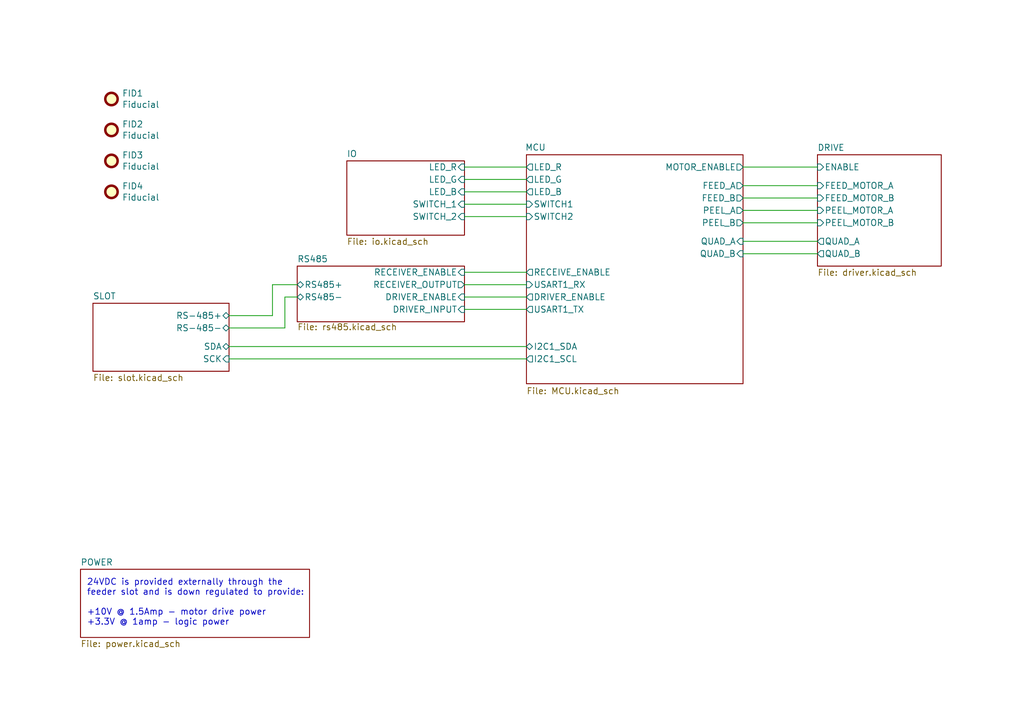
<source format=kicad_sch>
(kicad_sch (version 20250114) (generator "eeschema") (generator_version "9.0")
  (paper "A5")
  (lib_symbols
    (symbol "Mechanical:Fiducial" (in_bom no)
      (property "Reference" "FID" (at 0 5.08 0))
      (property "Value" "Fiducial" (at 0 3.175 0))
      (symbol "Fiducial_0_1"
        (circle (center 0 0) (radius 1.27) (stroke (width 0.508)) (fill (type background)))
      )
    )
  )
  (text "24VDC is provided externally through the\nfeeder slot and is down regulated to provide:\n\n+10V @ 1.5Amp - motor drive power\n+3.3V @ 1amp - logic power" (at 17.78 123.698 0) (effects (font (size 1.27 1.27)) (justify left)))
  (wire (pts (xy 95.25 34.29) (xy 107.95 34.29)))
  (wire (pts (xy 95.25 44.45) (xy 107.95 44.45)))
  (wire (pts (xy 58.42 60.96) (xy 60.96 60.96)))
  (wire (pts (xy 95.25 58.42) (xy 107.95 58.42)))
  (wire (pts (xy 46.99 64.77) (xy 55.88 64.77)))
  (wire (pts (xy 55.88 64.77) (xy 55.88 58.42)))
  (wire (pts (xy 152.4 43.18) (xy 167.64 43.18)))
  (wire (pts (xy 58.42 67.31) (xy 58.42 60.96)))
  (wire (pts (xy 152.4 52.07) (xy 167.64 52.07)))
  (wire (pts (xy 152.4 34.29) (xy 167.64 34.29)))
  (wire (pts (xy 95.25 39.37) (xy 107.95 39.37)))
  (wire (pts (xy 95.25 55.88) (xy 107.95 55.88)))
  (wire (pts (xy 46.99 71.12) (xy 107.95 71.12)))
  (wire (pts (xy 152.4 49.53) (xy 167.64 49.53)))
  (wire (pts (xy 152.4 38.1) (xy 167.64 38.1)))
  (wire (pts (xy 55.88 58.42) (xy 60.96 58.42)))
  (wire (pts (xy 95.25 41.91) (xy 107.95 41.91)))
  (wire (pts (xy 95.25 63.5) (xy 107.95 63.5)))
  (wire (pts (xy 95.25 36.83) (xy 107.95 36.83)))
  (wire (pts (xy 46.99 67.31) (xy 58.42 67.31)))
  (wire (pts (xy 152.4 45.72) (xy 167.64 45.72)))
  (wire (pts (xy 95.25 60.96) (xy 107.95 60.96)))
  (wire (pts (xy 152.4 40.64) (xy 167.64 40.64)))
  (wire (pts (xy 46.99 73.66) (xy 107.95 73.66)))
  (symbol (lib_id "Mechanical:Fiducial") (at 22.86 20.32 0) (unit 1) (in_bom no)
    (property "Reference" "FID1" (at 25.019 19.1516 0) (effects (justify left)))
    (property "Value" "Fiducial" (at 25.019 21.463 0) (effects (justify left)))
    (property "Footprint" "Fiducial:Fiducial_1mm_Mask2mm" (effects (hide yes)))
    (property "Description" "Fiducial Marker" (effects (hide yes)))
  )
  (symbol (lib_id "Mechanical:Fiducial") (at 22.86 26.67 0) (unit 1) (in_bom no)
    (property "Reference" "FID2" (at 25.019 25.5016 0) (effects (justify left)))
    (property "Value" "Fiducial" (at 25.019 27.813 0) (effects (justify left)))
    (property "Footprint" "Fiducial:Fiducial_1mm_Mask2mm" (effects (hide yes)))
    (property "Description" "Fiducial Marker" (effects (hide yes)))
  )
  (symbol (lib_id "Mechanical:Fiducial") (at 22.86 33.02 0) (unit 1) (in_bom no)
    (property "Reference" "FID3" (at 25.019 31.8516 0) (effects (justify left)))
    (property "Value" "Fiducial" (at 25.019 34.163 0) (effects (justify left)))
    (property "Footprint" "Fiducial:Fiducial_1mm_Mask2mm" (effects (hide yes)))
    (property "Description" "Fiducial Marker" (effects (hide yes)))
  )
  (symbol (lib_id "Mechanical:Fiducial") (at 22.86 39.37 0) (unit 1) (in_bom no)
    (property "Reference" "FID4" (at 25.019 38.2016 0) (effects (justify left)))
    (property "Value" "Fiducial" (at 25.019 40.513 0) (effects (justify left)))
    (property "Footprint" "Fiducial:Fiducial_1mm_Mask2mm" (effects (hide yes)))
    (property "Description" "Fiducial Marker" (effects (hide yes)))
  )
  (sheet (at 19.05 62.23) (size 27.94 13.97) (stroke (width 0.1524))
    (property "Sheetname" "SLOT" (at 19.05 61.5184 0) (effects (justify left bottom)))
    (property "Sheetfile" "slot.kicad_sch" (at 19.05 76.7846 0) (effects (justify left top)))
    (pin "RS-485+" bidirectional (at 46.99 64.77 0))
    (pin "RS-485-" bidirectional (at 46.99 67.31 0))
    (pin "SCK" input (at 46.99 73.66 0))
    (pin "SDA" bidirectional (at 46.99 71.12 0))
  )
  (sheet (at 107.95 31.75) (size 44.45 46.99) (stroke (width 0.1524))
    (property "Sheetname" "MCU" (at 107.696 30.988 0) (effects (justify left bottom)))
    (property "Sheetfile" "MCU.kicad_sch" (at 107.95 79.502 0) (effects (justify left top)))
    (pin "DRIVER_ENABLE" output (at 107.95 60.96 180))
    (pin "RECEIVE_ENABLE" output (at 107.95 55.88 180))
    (pin "USART1_RX" input (at 107.95 58.42 180))
    (pin "USART1_TX" output (at 107.95 63.5 180))
    (pin "I2C1_SCL" output (at 107.95 73.66 180))
    (pin "I2C1_SDA" bidirectional (at 107.95 71.12 180))
    (pin "LED_B" output (at 107.95 39.37 180))
    (pin "LED_G" output (at 107.95 36.83 180))
    (pin "LED_R" output (at 107.95 34.29 180))
    (pin "MOTOR_ENABLE" output (at 152.4 34.29 0))
    (pin "SWITCH1" input (at 107.95 41.91 180))
    (pin "SWITCH2" input (at 107.95 44.45 180))
    (pin "FEED_B" output (at 152.4 40.64 0))
    (pin "FEED_A" output (at 152.4 38.1 0))
    (pin "QUAD_B" input (at 152.4 52.07 0))
    (pin "PEEL_B" output (at 152.4 45.72 0))
    (pin "QUAD_A" input (at 152.4 49.53 0))
    (pin "PEEL_A" output (at 152.4 43.18 0))
  )
  (sheet (at 167.64 31.75) (size 25.4 22.86) (stroke (width 0.1524))
    (property "Sheetname" "DRIVE" (at 167.64 31.0384 0) (effects (justify left bottom)))
    (property "Sheetfile" "driver.kicad_sch" (at 167.64 55.1946 0) (effects (justify left top)))
    (pin "ENABLE" input (at 167.64 34.29 180))
    (pin "QUAD_A" output (at 167.64 49.53 180))
    (pin "QUAD_B" output (at 167.64 52.07 180))
    (pin "FEED_MOTOR_A" input (at 167.64 38.1 180))
    (pin "PEEL_MOTOR_B" input (at 167.64 45.72 180))
    (pin "FEED_MOTOR_B" input (at 167.64 40.64 180))
    (pin "PEEL_MOTOR_A" input (at 167.64 43.18 180))
  )
  (sheet (at 60.96 54.61) (size 34.29 11.43) (stroke (width 0.1524))
    (property "Sheetname" "RS485" (at 60.96 53.8984 0) (effects (justify left bottom)))
    (property "Sheetfile" "rs485.kicad_sch" (at 60.96 66.3706 0) (effects (justify left top)))
    (pin "RS485-" bidirectional (at 60.96 60.96 180))
    (pin "RS485+" bidirectional (at 60.96 58.42 180))
    (pin "DRIVER_ENABLE" input (at 95.25 60.96 0))
    (pin "RECEIVER_ENABLE" input (at 95.25 55.88 0))
    (pin "DRIVER_INPUT" input (at 95.25 63.5 0))
    (pin "RECEIVER_OUTPUT" output (at 95.25 58.42 0))
  )
  (sheet (at 71.12 33.02) (size 24.13 15.24) (stroke (width 0.1524))
    (property "Sheetname" "IO" (at 71.12 32.3084 0) (effects (justify left bottom)))
    (property "Sheetfile" "io.kicad_sch" (at 71.12 48.8446 0) (effects (justify left top)))
    (pin "LED_B" input (at 95.25 39.37 0))
    (pin "LED_G" input (at 95.25 36.83 0))
    (pin "LED_R" input (at 95.25 34.29 0))
    (pin "SWITCH_1" input (at 95.25 41.91 0))
    (pin "SWITCH_2" input (at 95.25 44.45 0))
  )
  (sheet (at 16.51 116.84) (size 46.99 13.97) (stroke (width 0.1524))
    (property "Sheetname" "POWER" (at 16.51 116.1284 0) (effects (justify left bottom)))
    (property "Sheetfile" "power.kicad_sch" (at 16.51 131.3946 0) (effects (justify left top)))
  )
)
</source>
